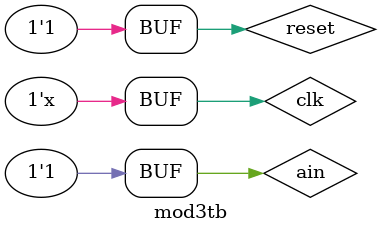
<source format=v>
`timescale 1ns / 1ps


module mod3tb(

    );
    reg clk,reset;
    reg ain;
    wire [3:0] count;
    wire yout;
    wire [1:0]stu;
    //cao,这里yout第一次用reg不行 sim说eleborate step failed with error
 mod3check tb(clk,reset,ain,count,yout);
 initial begin
    clk = 0;
    reset = 1;
    ain = 0;
 end
 
 always @(*) begin
 #5 clk <= ~clk;
 end
 initial begin
 #20 reset = 0;
 #20 ain =1;
 #20 ain=0;
 #60 ain=1;
 #40 ain = 0;
 #20 ain =1;
 #10 reset =1;
 end    
endmodule

</source>
